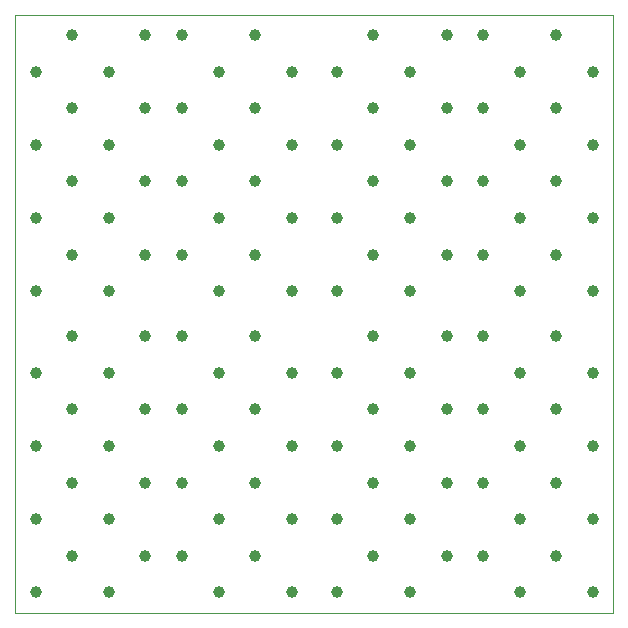
<source format=gbr>
%TF.GenerationSoftware,KiCad,Pcbnew,5.1.9-73d0e3b20d~88~ubuntu20.04.1*%
%TF.CreationDate,2021-02-23T08:17:13-05:00*%
%TF.ProjectId,SiPM_Board,5369504d-5f42-46f6-9172-642e6b696361,rev?*%
%TF.SameCoordinates,Original*%
%TF.FileFunction,Soldermask,Top*%
%TF.FilePolarity,Negative*%
%FSLAX46Y46*%
G04 Gerber Fmt 4.6, Leading zero omitted, Abs format (unit mm)*
G04 Created by KiCad (PCBNEW 5.1.9-73d0e3b20d~88~ubuntu20.04.1) date 2021-02-23 08:17:13*
%MOMM*%
%LPD*%
G01*
G04 APERTURE LIST*
%TA.AperFunction,Profile*%
%ADD10C,0.050000*%
%TD*%
%ADD11C,1.000000*%
G04 APERTURE END LIST*
D10*
X124680000Y-125320000D02*
X124680000Y-74680000D01*
X175320000Y-125320000D02*
X124680000Y-125320000D01*
X175320000Y-74680000D02*
X175320000Y-125320000D01*
X124680000Y-74680000D02*
X175320000Y-74680000D01*
D11*
%TO.C,U5*%
X151900000Y-111200000D03*
X151900000Y-105000000D03*
X155000000Y-108100000D03*
X155000000Y-101900000D03*
X158100000Y-111200000D03*
X161200000Y-108100000D03*
X158100000Y-105000000D03*
X161200000Y-101900000D03*
X173600000Y-105000000D03*
X170500000Y-101900000D03*
X167400000Y-105000000D03*
X164300000Y-101900000D03*
X173600000Y-111200000D03*
X170500000Y-108100000D03*
X167400000Y-111200000D03*
X164300000Y-108100000D03*
X167400000Y-123600000D03*
X173600000Y-123600000D03*
X170500000Y-120500000D03*
X164300000Y-120500000D03*
X173600000Y-117400000D03*
X170500000Y-114300000D03*
X167400000Y-117400000D03*
X164300000Y-114300000D03*
X151900000Y-123600000D03*
X151900000Y-117400000D03*
X155000000Y-114300000D03*
X158100000Y-123600000D03*
X155000000Y-120500000D03*
X161200000Y-120500000D03*
X158100000Y-117400000D03*
X161200000Y-114300000D03*
%TD*%
%TO.C,U3*%
X126400000Y-111200000D03*
X126400000Y-105000000D03*
X129500000Y-108100000D03*
X129500000Y-101900000D03*
X132600000Y-111200000D03*
X135700000Y-108100000D03*
X132600000Y-105000000D03*
X135700000Y-101900000D03*
X148100000Y-105000000D03*
X145000000Y-101900000D03*
X141900000Y-105000000D03*
X138800000Y-101900000D03*
X148100000Y-111200000D03*
X145000000Y-108100000D03*
X141900000Y-111200000D03*
X138800000Y-108100000D03*
X141900000Y-123600000D03*
X148100000Y-123600000D03*
X145000000Y-120500000D03*
X138800000Y-120500000D03*
X148100000Y-117400000D03*
X145000000Y-114300000D03*
X141900000Y-117400000D03*
X138800000Y-114300000D03*
X126400000Y-123600000D03*
X126400000Y-117400000D03*
X129500000Y-114300000D03*
X132600000Y-123600000D03*
X129500000Y-120500000D03*
X135700000Y-120500000D03*
X132600000Y-117400000D03*
X135700000Y-114300000D03*
%TD*%
%TO.C,U4*%
X161200000Y-88800000D03*
X158100000Y-91900000D03*
X161200000Y-95000000D03*
X155000000Y-95000000D03*
X158100000Y-98100000D03*
X155000000Y-88800000D03*
X151900000Y-91900000D03*
X151900000Y-98100000D03*
X164300000Y-88800000D03*
X167400000Y-91900000D03*
X170500000Y-88800000D03*
X173600000Y-91900000D03*
X164300000Y-95000000D03*
X170500000Y-95000000D03*
X173600000Y-98100000D03*
X167400000Y-98100000D03*
X164300000Y-82600000D03*
X167400000Y-85700000D03*
X170500000Y-82600000D03*
X173600000Y-85700000D03*
X164300000Y-76400000D03*
X167400000Y-79500000D03*
X170500000Y-76400000D03*
X173600000Y-79500000D03*
X161200000Y-76400000D03*
X158100000Y-79500000D03*
X161200000Y-82600000D03*
X158100000Y-85700000D03*
X155000000Y-76400000D03*
X155000000Y-82600000D03*
X151900000Y-79500000D03*
X151900000Y-85700000D03*
%TD*%
%TO.C,U2*%
X126400000Y-85700000D03*
X126400000Y-79500000D03*
X129500000Y-82600000D03*
X129500000Y-76400000D03*
X132600000Y-85700000D03*
X135700000Y-82600000D03*
X132600000Y-79500000D03*
X135700000Y-76400000D03*
X148100000Y-79500000D03*
X145000000Y-76400000D03*
X141900000Y-79500000D03*
X138800000Y-76400000D03*
X148100000Y-85700000D03*
X145000000Y-82600000D03*
X141900000Y-85700000D03*
X138800000Y-82600000D03*
X141900000Y-98100000D03*
X148100000Y-98100000D03*
X145000000Y-95000000D03*
X138800000Y-95000000D03*
X148100000Y-91900000D03*
X145000000Y-88800000D03*
X141900000Y-91900000D03*
X138800000Y-88800000D03*
X126400000Y-98100000D03*
X126400000Y-91900000D03*
X129500000Y-88800000D03*
X132600000Y-98100000D03*
X129500000Y-95000000D03*
X135700000Y-95000000D03*
X132600000Y-91900000D03*
X135700000Y-88800000D03*
%TD*%
M02*

</source>
